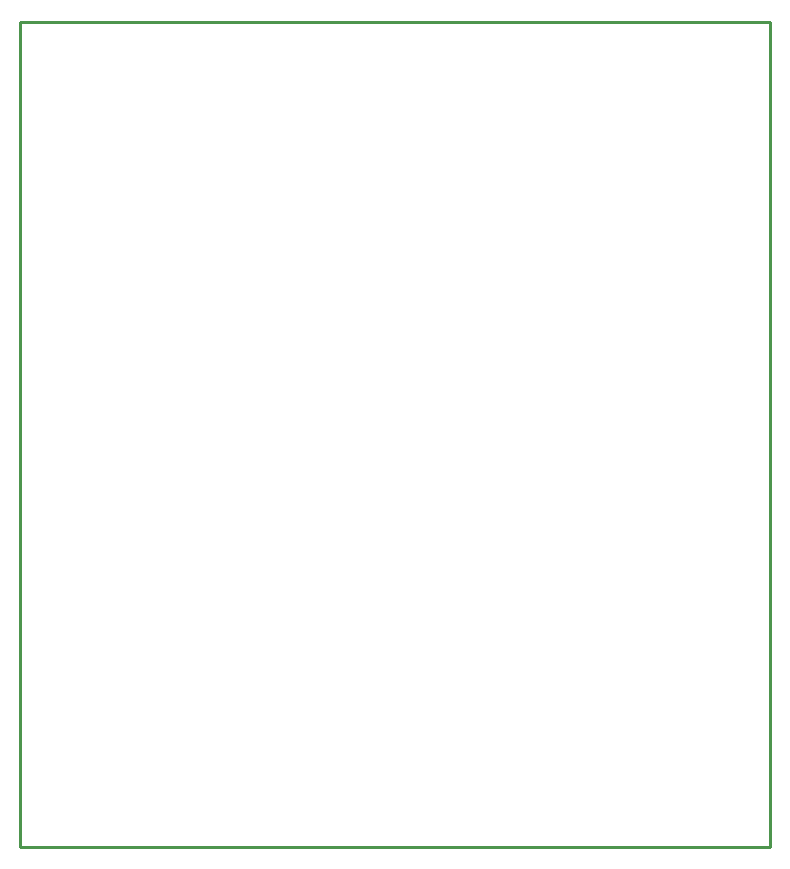
<source format=gbr>
G04 start of page 4 for group 6 idx 6 *
G04 Title: (unknown), outline *
G04 Creator: pcb 20140316 *
G04 CreationDate: Fri 02 Jun 2017 06:05:26 PM GMT UTC *
G04 For: thomasc *
G04 Format: Gerber/RS-274X *
G04 PCB-Dimensions (mil): 2500.00 2750.00 *
G04 PCB-Coordinate-Origin: lower left *
%MOIN*%
%FSLAX25Y25*%
%LNOUTLINE*%
%ADD34C,0.0100*%
G54D34*X250000Y275000D02*X0D01*
Y0D01*
X250000D02*Y275000D01*
X0Y0D02*X250000D01*
M02*

</source>
